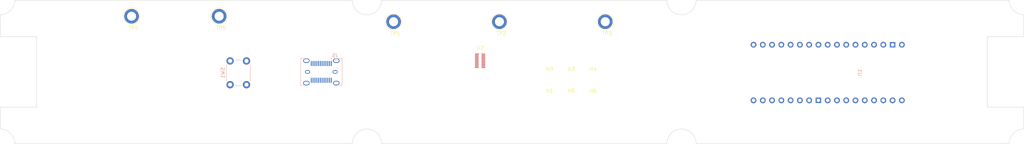
<source format=kicad_pcb>
(kicad_pcb (version 20211014) (generator pcbnew)
  (layers (0 "F.Cu" signal) (31 "B.Cu" signal) (34 "B.Paste" user) (35 "F.Paste" user) (36 "B.SilkS" user "B.Silkscreen") (37 "F.SilkS" user "F.Silkscreen") (38 "B.Mask" user) (39 "F.Mask" user) (44 "Edge.Cuts" user))
  (net 0 "")
  (net 9 "Net-(J5-PadA1)")
  (net 12 "Net-(J5-PadA4)")
  (footprint "MountingHole:MountingHole_2.2mm_M2" (layer "F.Cu") (at 170.65 104.14)
    (fp_text reference "H6" (at 0 -3.2) (layer "F.SilkS"))
    (fp_text value "MountingHole")
    (pad "" np_thru_hole circle locked (at 0 0) (size 2.2 2.2) (drill 2.2) (layers *.Cu *.Mask))
  )
  (footprint "TestPoint:TestPoint_Loop_D3.80mm_Drill2.5mm" (layer "F.Cu") (at 174 82)
    (fp_text reference "TP3" (at 0.5 3.2) (layer "F.SilkS"))
    (fp_text value "BL3")
    (fp_circle (center 0 0) (end 2.3 0) (layer "F.SilkS") (width 0.12) (fill none))
    (pad "1" thru_hole circle locked (at 0 0) (size 4 4) (drill 2.5) (layers *.Cu *.Mask))
  )
  (footprint "Package_SON:USON-20_2x4mm_P0.4mm" (layer "F.Cu") (at 139.7 92.71)
    (fp_text reference "U2" (at 0 -3.5) (layer "F.SilkS"))
    (fp_text value "TXB0108DQSR")
    (fp_line (start 1 -2.1) (end -1.5 -2.1) (layer "F.SilkS") (width 0.12))
    (fp_line (start 1 2.1) (end -1 2.1) (layer "F.SilkS") (width 0.12))
    (pad "1" smd rect locked (at -0.85 -1.8 270) (size 0.2 1.1) (layers "F.Cu" "F.Paste" "F.Mask"))
    (pad "2" smd rect locked (at -0.9 -1.4 270) (size 0.2 1) (layers "F.Cu" "F.Paste" "F.Mask"))
    (pad "3" smd rect locked (at -0.9 -1 270) (size 0.2 1) (layers "F.Cu" "F.Paste" "F.Mask"))
    (pad "4" smd rect locked (at -0.9 -0.6 270) (size 0.2 1) (layers "F.Cu" "F.Paste" "F.Mask"))
    (pad "5" smd rect locked (at -0.9 -0.2 270) (size 0.2 1) (layers "F.Cu" "F.Paste" "F.Mask"))
    (pad "6" smd rect locked (at -0.9 0.2 270) (size 0.2 1) (layers "F.Cu" "F.Paste" "F.Mask"))
    (pad "7" smd rect locked (at -0.9 0.6 270) (size 0.2 1) (layers "F.Cu" "F.Paste" "F.Mask"))
    (pad "8" smd rect locked (at -0.9 1 270) (size 0.2 1) (layers "F.Cu" "F.Paste" "F.Mask"))
    (pad "9" smd rect locked (at -0.9 1.4 270) (size 0.2 1) (layers "F.Cu" "F.Paste" "F.Mask"))
    (pad "10" smd rect locked (at -0.9 1.8 270) (size 0.2 1) (layers "F.Cu" "F.Paste" "F.Mask"))
    (pad "11" smd rect locked (at 0.9 1.8 270) (size 0.2 1) (layers "F.Cu" "F.Paste" "F.Mask"))
    (pad "12" smd rect locked (at 0.9 1.4 270) (size 0.2 1) (layers "F.Cu" "F.Paste" "F.Mask"))
    (pad "13" smd rect locked (at 0.9 1 270) (size 0.2 1) (layers "F.Cu" "F.Paste" "F.Mask"))
    (pad "14" smd rect locked (at 0.9 0.6 270) (size 0.2 1) (layers "F.Cu" "F.Paste" "F.Mask"))
    (pad "15" smd rect locked (at 0.9 0.2 270) (size 0.2 1) (layers "F.Cu" "F.Paste" "F.Mask"))
    (pad "16" smd rect locked (at 0.9 -0.2 270) (size 0.2 1) (layers "F.Cu" "F.Paste" "F.Mask"))
    (pad "17" smd rect locked (at 0.9 -0.6 270) (size 0.2 1) (layers "F.Cu" "F.Paste" "F.Mask"))
    (pad "18" smd rect locked (at 0.9 -1 270) (size 0.2 1) (layers "F.Cu" "F.Paste" "F.Mask"))
    (pad "19" smd rect locked (at 0.9 -1.4 270) (size 0.2 1) (layers "F.Cu" "F.Paste" "F.Mask"))
    (pad "20" smd rect locked (at 0.9 -1.8 270) (size 0.2 1) (layers "F.Cu" "F.Paste" "F.Mask"))
  )
  (footprint "TestPoint:TestPoint_Loop_D3.80mm_Drill2.5mm" (layer "F.Cu") (at 44.2 80.5)
    (fp_text reference "TP4" (at 0.5 3.2) (layer "F.SilkS"))
    (fp_text value "VBAT-")
    (fp_circle (center 0 0) (end 2.3 0) (layer "F.SilkS") (width 0.12) (fill none))
    (pad "1" thru_hole circle locked (at 0 0) (size 4 4) (drill 2.5) (layers *.Cu *.Mask))
  )
  (footprint "MountingHole:MountingHole_2.2mm_M2" (layer "F.Cu") (at 158.75 98.19)
    (fp_text reference "H3" (at 0 -3.2) (layer "F.SilkS"))
    (fp_text value "MountingHole")
    (pad "" np_thru_hole circle locked (at 0 0) (size 2.2 2.2) (drill 2.2) (layers *.Cu *.Mask))
  )
  (footprint "MountingHole:MountingHole_2.2mm_M2" (layer "F.Cu") (at 158.75 104.14)
    (fp_text reference "H1" (at 0 -3.2) (layer "F.SilkS"))
    (fp_text value "MountingHole")
    (pad "" np_thru_hole circle locked (at 0 0) (size 2.2 2.2) (drill 2.2) (layers *.Cu *.Mask))
  )
  (footprint "MountingHole:MountingHole_2.2mm_M2" (layer "F.Cu") (at 170.65 98.19)
    (fp_text reference "H4" (at 0 -3.2) (layer "F.SilkS"))
    (fp_text value "MountingHole")
    (pad "" np_thru_hole circle locked (at 0 0) (size 2.2 2.2) (drill 2.2) (layers *.Cu *.Mask))
  )
  (footprint "MountingHole:MountingHole_2.2mm_M2" (layer "F.Cu") (at 164.7 104.14)
    (fp_text reference "H5" (at 0 -3.2) (layer "F.SilkS"))
    (fp_text value "MountingHole")
    (pad "" np_thru_hole circle locked (at 0 0) (size 2.2 2.2) (drill 2.2) (layers *.Cu *.Mask))
  )
  (footprint "TestPoint:TestPoint_Loop_D3.80mm_Drill2.5mm" (layer "F.Cu") (at 116 82)
    (fp_text reference "TP1" (at 0.5 3.2) (layer "F.SilkS"))
    (fp_text value "BL1")
    (fp_circle (center 0 0) (end 2.3 0) (layer "F.SilkS") (width 0.12) (fill none))
    (pad "1" thru_hole circle locked (at 0 0) (size 4 4) (drill 2.5) (layers *.Cu *.Mask))
  )
  (footprint "TestPoint:TestPoint_Loop_D3.80mm_Drill2.5mm" (layer "F.Cu") (at 68.2 80.5)
    (fp_text reference "TP5" (at 0.5 3.2) (layer "F.SilkS"))
    (fp_text value "VBAT+")
    (fp_circle (center 0 0) (end 2.3 0) (layer "F.SilkS") (width 0.12) (fill none))
    (pad "1" thru_hole circle locked (at 0 0) (size 4 4) (drill 2.5) (layers *.Cu *.Mask))
  )
  (footprint "TestPoint:TestPoint_Loop_D3.80mm_Drill2.5mm" (layer "F.Cu") (at 145 82)
    (fp_text reference "TP2" (at 0.5 3.2) (layer "F.SilkS"))
    (fp_text value "BL2")
    (fp_circle (center 0 0) (end 2.3 0) (layer "F.SilkS") (width 0.12) (fill none))
    (pad "1" thru_hole circle locked (at 0 0) (size 4 4) (drill 2.5) (layers *.Cu *.Mask))
  )
  (footprint "MountingHole:MountingHole_2.2mm_M2" (layer "F.Cu") (at 164.7 98.19)
    (fp_text reference "H2" (at 0 -3.2) (layer "F.SilkS"))
    (fp_text value "MountingHole")
    (pad "" np_thru_hole circle locked (at 0 0) (size 2.2 2.2) (drill 2.2) (layers *.Cu *.Mask))
  )
  (footprint "footprint:ProS3_TH" (layer "B.Cu") (at 234.95 95.905 90)
    (fp_text reference "U1" (at 0 8.8 270 unlocked) (layer "B.SilkS") (effects (justify mirror)))
    (fp_text value "ProS3")
    (pad "1" thru_hole circle (at 7.6 20.32 90) (size 1.5748 1.5748) (drill 0.9) (layers *.Cu *.Mask))
    (pad "2" thru_hole rect (at 7.6 17.78 90) (size 1.4732 1.4732) (drill 0.9) (layers *.Cu *.Mask))
    (pad "3" thru_hole circle (at 7.6 15.24 90) (size 1.5748 1.5748) (drill 0.9) (layers *.Cu *.Mask))
    (pad "4" thru_hole circle (at 7.6 12.7 90) (size 1.5748 1.5748) (drill 0.9) (layers *.Cu *.Mask))
    (pad "5" thru_hole circle (at 7.6 10.16 90) (size 1.5748 1.5748) (drill 0.9) (layers *.Cu *.Mask))
    (pad "6" thru_hole circle (at 7.6 7.62 90) (size 1.5748 1.5748) (drill 0.9) (layers *.Cu *.Mask))
    (pad "7" thru_hole circle (at 7.6 5.08 90) (size 1.5748 1.5748) (drill 0.9) (layers *.Cu *.Mask))
    (pad "8" thru_hole circle (at 7.6 2.54 90) (size 1.5748 1.5748) (drill 0.9) (layers *.Cu *.Mask))
    (pad "9" thru_hole circle (at 7.6 0 90) (size 1.5748 1.5748) (drill 0.9) (layers *.Cu *.Mask))
    (pad "10" thru_hole circle (at 7.6 -2.54 90) (size 1.5748 1.5748) (drill 0.9) (layers *.Cu *.Mask))
    (pad "11" thru_hole circle (at 7.6 -5.08 90) (size 1.5748 1.5748) (drill 0.9) (layers *.Cu *.Mask))
    (pad "12" thru_hole circle (at 7.6 -7.62 90) (size 1.5748 1.5748) (drill 0.9) (layers *.Cu *.Mask))
    (pad "13" thru_hole circle (at 7.6 -10.16 90) (size 1.5748 1.5748) (drill 0.9) (layers *.Cu *.Mask))
    (pad "14" thru_hole circle (at 7.6 -12.7 90) (size 1.5748 1.5748) (drill 0.9) (layers *.Cu *.Mask))
    (pad "15" thru_hole circle (at 7.6 -15.24 90) (size 1.5748 1.5748) (drill 0.9) (layers *.Cu *.Mask))
    (pad "16" thru_hole circle (at 7.6 -17.78 90) (size 1.5748 1.5748) (drill 0.9) (layers *.Cu *.Mask))
    (pad "17" thru_hole circle (at 7.6 -20.32 90) (size 1.5748 1.5748) (drill 0.9) (layers *.Cu *.Mask))
    (pad "18" thru_hole circle (at -7.64 -20.32 90) (size 1.5748 1.5748) (drill 0.9) (layers *.Cu *.Mask))
    (pad "19" thru_hole circle (at -7.64 -17.78 90) (size 1.5748 1.5748) (drill 0.9) (layers *.Cu *.Mask))
    (pad "20" thru_hole circle (at -7.64 -15.24 90) (size 1.5748 1.5748) (drill 0.9) (layers *.Cu *.Mask))
    (pad "21" thru_hole circle (at -7.64 -12.7 90) (size 1.5748 1.5748) (drill 0.9) (layers *.Cu *.Mask))
    (pad "22" thru_hole circle (at -7.64 -10.16 90) (size 1.5748 1.5748) (drill 0.9) (layers *.Cu *.Mask))
    (pad "23" thru_hole circle (at -7.64 -7.62 90) (size 1.5748 1.5748) (drill 0.9) (layers *.Cu *.Mask))
    (pad "24" thru_hole circle (at -7.64 -5.08 90) (size 1.5748 1.5748) (drill 0.9) (layers *.Cu *.Mask))
    (pad "25" thru_hole rect (at -7.64 -2.54 90) (size 1.4732 1.4732) (drill 0.9) (layers *.Cu *.Mask))
    (pad "26" thru_hole circle (at -7.64 0 90) (size 1.5748 1.5748) (drill 0.9) (layers *.Cu *.Mask))
    (pad "27" thru_hole circle (at -7.64 2.54 90) (size 1.5748 1.5748) (drill 0.9) (layers *.Cu *.Mask))
    (pad "28" thru_hole circle (at -7.64 5.08 90) (size 1.5748 1.5748) (drill 0.9) (layers *.Cu *.Mask))
    (pad "29" thru_hole circle (at -7.64 7.62 90) (size 1.5748 1.5748) (drill 0.9) (layers *.Cu *.Mask))
    (pad "30" thru_hole circle (at -7.64 10.16 90) (size 1.5748 1.5748) (drill 0.9) (layers *.Cu *.Mask))
    (pad "31" thru_hole circle (at -7.64 12.7 90) (size 1.5748 1.5748) (drill 0.9) (layers *.Cu *.Mask))
    (pad "32" thru_hole circle (at -7.64 15.24 90) (size 1.5748 1.5748) (drill 0.9) (layers *.Cu *.Mask))
    (pad "33" thru_hole circle (at -7.64 17.78 90) (size 1.5748 1.5748) (drill 0.9) (layers *.Cu *.Mask))
    (pad "34" thru_hole circle (at -7.64 20.32 90) (size 1.5748 1.5748) (drill 0.9) (layers *.Cu *.Mask))
  )
  (footprint "Connector_USB:USB_C_Receptacle_JAE_DX07S024WJ1R350" (layer "B.Cu") (at 96.2 95.75 180)
    (fp_text reference "J5" (at -3.8 4.5) (layer "B.SilkS") (effects (justify mirror)))
    (fp_text value "USB_C_Receptacle")
    (fp_line (start -5.7 3.7) (end -4.8 3.7) (layer "B.SilkS") (width 0.12))
    (fp_line (start 4.8 3.7) (end 5.7 3.7) (layer "B.SilkS") (width 0.12))
    (fp_line (start -5.7 -3.7) (end -4.8 -3.7) (layer "B.SilkS") (width 0.12))
    (fp_line (start -5.7 3.7) (end -5.7 -3.7) (layer "B.SilkS") (width 0.12))
    (fp_line (start 5.7 3.7) (end 5.7 -3.7) (layer "B.SilkS") (width 0.12))
    (fp_line (start 4.8 -3.7) (end 5.7 -3.7) (layer "B.SilkS") (width 0.12))
    (fp_circle (center -2.75 3.65) (end -2.638197 3.65) (layer "B.SilkS") (width 0.12) (fill none))
    (pad "" np_thru_hole oval locked (at 3.5 1.35 180) (size 0.85 0.6) (drill oval 0.85 0.6) (layers *.Cu *.Mask))
    (pad "" np_thru_hole circle locked (at -3.5 1.35 180) (size 0.6 0.6) (drill 0.6) (layers *.Cu *.Mask))
    (pad "A1" smd rect locked (at -2.75 2.3 180) (size 0.27 1.4) (layers "B.Cu" "B.Paste" "B.Mask") (net 9 "Net-(J5-PadA1)"))
    (pad "A2" smd rect locked (at -2.25 2.3 180) (size 0.27 1.4) (layers "B.Cu" "B.Paste" "B.Mask"))
    (pad "A3" smd rect locked (at -1.75 2.3 180) (size 0.27 1.4) (layers "B.Cu" "B.Paste" "B.Mask"))
    (pad "A4" smd rect locked (at -1.25 2.3 180) (size 0.27 1.4) (layers "B.Cu" "B.Paste" "B.Mask") (net 12 "Net-(J5-PadA4)"))
    (pad "A5" smd rect locked (at -0.75 2.3 180) (size 0.27 1.4) (layers "B.Cu" "B.Paste" "B.Mask"))
    (pad "A6" smd rect locked (at -0.25 2.3 180) (size 0.27 1.4) (layers "B.Cu" "B.Paste" "B.Mask"))
    (pad "A7" smd rect locked (at 0.25 2.3 180) (size 0.27 1.4) (layers "B.Cu" "B.Paste" "B.Mask"))
    (pad "A8" smd rect locked (at 0.75 2.3 180) (size 0.27 1.4) (layers "B.Cu" "B.Paste" "B.Mask"))
    (pad "A9" smd rect locked (at 1.25 2.3 180) (size 0.27 1.4) (layers "B.Cu" "B.Paste" "B.Mask") (net 12 "Net-(J5-PadA4)"))
    (pad "A10" smd rect locked (at 1.75 2.3 180) (size 0.27 1.4) (layers "B.Cu" "B.Paste" "B.Mask"))
    (pad "A11" smd rect locked (at 2.25 2.3 180) (size 0.27 1.4) (layers "B.Cu" "B.Paste" "B.Mask"))
    (pad "A12" smd rect locked (at 2.75 2.3 180) (size 0.27 1.4) (layers "B.Cu" "B.Paste" "B.Mask") (net 9 "Net-(J5-PadA1)"))
    (pad "B1" smd rect locked (at 2.75 -2.3 180) (size 0.27 1.4) (layers "B.Cu" "B.Paste" "B.Mask") (net 9 "Net-(J5-PadA1)"))
    (pad "B2" smd rect locked (at 2.25 -2.3 180) (size 0.27 1.4) (layers "B.Cu" "B.Paste" "B.Mask"))
    (pad "B3" smd rect locked (at 1.75 -2.3 180) (size 0.27 1.4) (layers "B.Cu" "B.Paste" "B.Mask"))
    (pad "B4" smd rect locked (at 1.25 -2.3 180) (size 0.27 1.4) (layers "B.Cu" "B.Paste" "B.Mask") (net 12 "Net-(J5-PadA4)"))
    (pad "B5" smd rect locked (at 0.75 -2.3 180) (size 0.27 1.4) (layers "B.Cu" "B.Paste" "B.Mask"))
    (pad "B6" smd rect locked (at 0.25 -2.3 180) (size 0.27 1.4) (layers "B.Cu" "B.Paste" "B.Mask"))
    (pad "B7" smd rect locked (at -0.25 -2.3 180) (size 0.27 1.4) (layers "B.Cu" "B.Paste" "B.Mask"))
    (pad "B8" smd rect locked (at -0.75 -2.3 180) (size 0.27 1.4) (layers "B.Cu" "B.Paste" "B.Mask"))
    (pad "B9" smd rect locked (at -1.25 -2.3 180) (size 0.27 1.4) (layers "B.Cu" "B.Paste" "B.Mask") (net 12 "Net-(J5-PadA4)"))
    (pad "B10" smd rect locked (at -1.75 -2.3 180) (size 0.27 1.4) (layers "B.Cu" "B.Paste" "B.Mask"))
    (pad "B11" smd rect locked (at -2.25 -2.3 180) (size 0.27 1.4) (layers "B.Cu" "B.Paste" "B.Mask"))
    (pad "B12" smd rect locked (at -2.75 -2.3 180) (size 0.27 1.4) (layers "B.Cu" "B.Paste" "B.Mask") (net 9 "Net-(J5-PadA1)"))
    (pad "S1" thru_hole oval locked (at -4.1 3.07 90) (size 1.2 1.7) (drill oval 0.8 1.3) (layers *.Cu *.Mask))
    (pad "S1" thru_hole oval locked (at -3.775 0 90) (size 0.95 1.35) (drill oval 0.55 0.95) (layers *.Cu *.Mask))
    (pad "S1" thru_hole oval locked (at 3.775 0 90) (size 0.95 1.35) (drill oval 0.55 0.95) (layers *.Cu *.Mask))
    (pad "S1" thru_hole oval locked (at -4.1 -3.07 90) (size 1.2 1.7) (drill oval 0.8 1.3) (layers *.Cu *.Mask))
    (pad "S1" thru_hole oval locked (at 4.1 3.07 90) (size 1.2 1.7) (drill oval 0.8 1.3) (layers *.Cu *.Mask))
    (pad "S1" thru_hole oval locked (at 4.1 -3.07 90) (size 1.2 1.7) (drill oval 0.8 1.3) (layers *.Cu *.Mask))
  )
  (footprint "Button_Switch_THT:SW_PUSH_6mm" (layer "B.Cu") (at 71.2 92.75 -90)
    (fp_text reference "SW1" (at 3.25 2 90) (layer "B.SilkS") (effects (justify mirror)))
    (fp_text value "SW_Push")
    (fp_line (start 1 -5.5) (end 5.5 -5.5) (layer "B.SilkS") (width 0.12))
    (fp_line (start 5.5 1) (end 1 1) (layer "B.SilkS") (width 0.12))
    (fp_line (start -0.25 -1.5) (end -0.25 -3) (layer "B.SilkS") (width 0.12))
    (fp_line (start 6.75 -3) (end 6.75 -1.5) (layer "B.SilkS") (width 0.12))
    (pad "1" thru_hole circle locked (at 6.5 0 180) (size 2 2) (drill 1.1) (layers *.Cu *.Mask))
    (pad "1" thru_hole circle locked (at 0 0 180) (size 2 2) (drill 1.1) (layers *.Cu *.Mask))
    (pad "2" thru_hole circle locked (at 0 -4.5 180) (size 2 2) (drill 1.1) (layers *.Cu *.Mask))
    (pad "2" thru_hole circle locked (at 6.5 -4.5 180) (size 2 2) (drill 1.1) (layers *.Cu *.Mask))
  )
  (gr_arc (start 112.7 76.1) (mid 108.7 80.1) (end 104.7 76.1) (layer "Edge.Cuts") (width 0.1))
  (gr_line (start 278.7 105.4) (end 278.7 86.1) (layer "Edge.Cuts") (width 0.1))
  (gr_line (start 288.7 80.1) (end 288.7 86.1) (layer "Edge.Cuts") (width 0.1))
  (gr_arc (start 284.7 115.4) (mid 285.871573 112.571573) (end 288.7 111.4) (layer "Edge.Cuts") (width 0.1))
  (gr_arc (start 288.7 80.1) (mid 285.871573 78.928427) (end 284.7 76.1) (layer "Edge.Cuts") (width 0.1))
  (gr_line (start 288.7 111.4) (end 288.7 105.4) (layer "Edge.Cuts") (width 0.1))
  (gr_arc (start 198.9 76.1) (mid 194.9 80.1) (end 190.9 76.1) (layer "Edge.Cuts") (width 0.1))
  (gr_arc (start 190.9 115.4) (mid 194.9 111.4) (end 198.9 115.4) (layer "Edge.Cuts") (width 0.1))
  (gr_arc (start 12.2 76.1) (mid 11.028427 78.928427) (end 8.2 80.1) (layer "Edge.Cuts") (width 0.1))
  (gr_line (start 18.2 105.4) (end 18.2 86.1) (layer "Edge.Cuts") (width 0.1))
  (gr_line (start 198.9 115.4) (end 284.7 115.4) (layer "Edge.Cuts") (width 0.1))
  (gr_line (start 288.7 105.4) (end 278.7 105.4) (layer "Edge.Cuts") (width 0.1))
  (gr_arc (start 104.7 115.4) (mid 108.7 111.4) (end 112.7 115.4) (layer "Edge.Cuts") (width 0.1))
  (gr_line (start 112.7 76.1) (end 190.9 76.1) (layer "Edge.Cuts") (width 0.1))
  (gr_line (start 8.2 86.1) (end 18.2 86.1) (layer "Edge.Cuts") (width 0.1))
  (gr_line (start 8.2 105.4) (end 18.2 105.4) (layer "Edge.Cuts") (width 0.1))
  (gr_line (start 8.2 80.1) (end 8.2 86.1) (layer "Edge.Cuts") (width 0.1))
  (gr_arc (start 8.2 111.4) (mid 11.028427 112.571573) (end 12.2 115.4) (layer "Edge.Cuts") (width 0.1))
  (gr_line (start 198.9 76.1) (end 284.7 76.1) (layer "Edge.Cuts") (width 0.1))
  (gr_line (start 288.7 86.1) (end 278.7 86.1) (layer "Edge.Cuts") (width 0.1))
  (gr_line (start 8.2 111.4) (end 8.2 105.4) (layer "Edge.Cuts") (width 0.1))
  (gr_line (start 12.2 76.1) (end 104.7 76.1) (layer "Edge.Cuts") (width 0.1))
  (gr_line (start 104.7 115.4) (end 12.2 115.4) (layer "Edge.Cuts") (width 0.1))
  (gr_line (start 112.7 115.4) (end 190.9 115.4) (layer "Edge.Cuts") (width 0.1))
)
</source>
